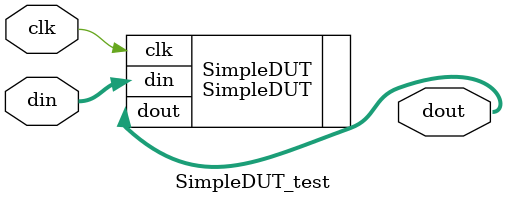
<source format=v>
module SimpleDUT_test(
    input clk,     
	input [3:0] din,
    output [3:0] dout
);
SimpleDUT SimpleDUT (
  .clk(clk), 
  .din(din), // input [3:0]  din,
  .dout(dout)); // output [3:0] dout

initial begin
	$dumpfile("SimpleDUT.vcd");
	$dumpvars;
end
endmodule

</source>
